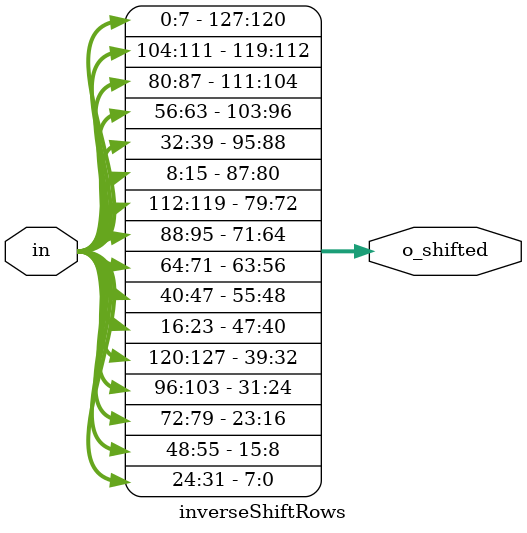
<source format=v>
module inverseShiftRows (in, o_shifted);
	input [0:127] in;
	output [0:127] o_shifted;
	
	// First row (r = 0) is not o_shifted
	assign o_shifted[0+:8] = in[0+:8];
	assign o_shifted[32+:8] = in[32+:8];
	assign o_shifted[64+:8] = in[64+:8];
   assign o_shifted[96+:8] = in[96+:8];
	
	// Second row (r = 1) is cyclically right o_shifted by 1 offset
   assign o_shifted[8+:8] = in[104+:8];
   assign o_shifted[40+:8] = in[8+:8];
   assign o_shifted[72+:8] = in[40+:8];
   assign o_shifted[104+:8] = in[72+:8];
	
	// Third row (r = 2) is cyclically right o_shifted by 2 offsets
   assign o_shifted[16+:8] = in[80+:8];
   assign o_shifted[48+:8] = in[112+:8];
   assign o_shifted[80+:8] = in[16+:8];
   assign o_shifted[112+:8] = in[48+:8];
	
	// Fourth row (r = 3) is cyclically right o_shifted by 3 offsets
   assign o_shifted[24+:8] = in[56+:8];
   assign o_shifted[56+:8] = in[88+:8];
   assign o_shifted[88+:8] = in[120+:8];
   assign o_shifted[120+:8] = in[24+:8];

endmodule

</source>
